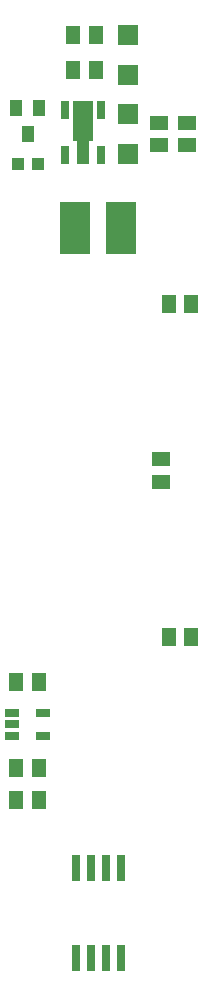
<source format=gbp>
%FSLAX34Y34*%
G04 Gerber Fmt 3.4, Leading zero omitted, Abs format*
G04 (created by PCBNEW (2014-06-19 BZR 4949)-product) date Fri 20 Jun 2014 04:21:57 PM CEST*
%MOIN*%
G01*
G70*
G90*
G04 APERTURE LIST*
%ADD10C,0.005906*%
%ADD11R,0.027600X0.063000*%
%ADD12R,0.039400X0.086600*%
%ADD13R,0.070866X0.133858*%
%ADD14R,0.059000X0.051100*%
%ADD15R,0.098400X0.177200*%
%ADD16R,0.051100X0.059000*%
%ADD17R,0.070866X0.070866*%
%ADD18R,0.039370X0.055118*%
%ADD19R,0.027559X0.086614*%
%ADD20R,0.039300X0.043300*%
%ADD21R,0.049213X0.025591*%
G04 APERTURE END LIST*
G54D10*
G54D11*
X28031Y-24330D03*
G54D12*
X27440Y-24212D03*
G54D11*
X26849Y-24330D03*
X26849Y-22834D03*
X28031Y-22834D03*
G54D13*
X27440Y-23188D03*
G54D14*
X29960Y-23248D03*
X29960Y-23996D03*
G54D15*
X28719Y-26771D03*
X27185Y-26771D03*
G54D16*
X27854Y-20314D03*
X27106Y-20314D03*
X25964Y-41889D03*
X25216Y-41889D03*
X25964Y-45826D03*
X25216Y-45826D03*
X25964Y-44763D03*
X25216Y-44763D03*
X27854Y-21496D03*
X27106Y-21496D03*
G54D17*
X28937Y-24291D03*
X28937Y-22952D03*
G54D18*
X25216Y-22755D03*
X25964Y-22755D03*
X25590Y-23622D03*
G54D19*
X27202Y-48106D03*
X27702Y-48106D03*
X28202Y-48106D03*
X28702Y-48106D03*
X28702Y-51106D03*
X28202Y-51106D03*
X27702Y-51106D03*
X27202Y-51106D03*
G54D20*
X25256Y-24645D03*
X25924Y-24645D03*
G54D16*
X30295Y-29291D03*
X31043Y-29291D03*
X30295Y-40393D03*
X31043Y-40393D03*
G54D14*
X30905Y-23248D03*
X30905Y-23996D03*
G54D17*
X28937Y-20314D03*
X28937Y-21653D03*
G54D14*
X30039Y-34468D03*
X30039Y-35216D03*
G54D21*
X25078Y-43681D03*
X25078Y-43307D03*
X25078Y-42933D03*
X26102Y-42933D03*
X26102Y-43681D03*
M02*

</source>
